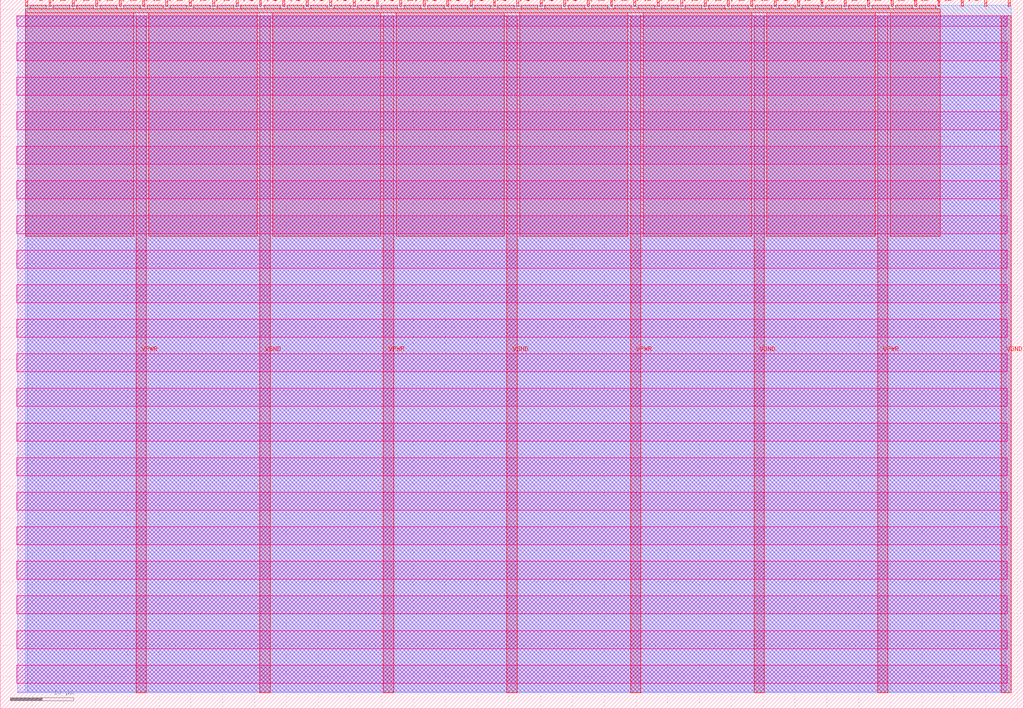
<source format=lef>
VERSION 5.7 ;
  NOWIREEXTENSIONATPIN ON ;
  DIVIDERCHAR "/" ;
  BUSBITCHARS "[]" ;
MACRO tt_um_kwilke_cdc_fifo
  CLASS BLOCK ;
  FOREIGN tt_um_kwilke_cdc_fifo ;
  ORIGIN 0.000 0.000 ;
  SIZE 161.000 BY 111.520 ;
  PIN VGND
    DIRECTION INOUT ;
    USE GROUND ;
    PORT
      LAYER met4 ;
        RECT 40.830 2.480 42.430 109.040 ;
    END
    PORT
      LAYER met4 ;
        RECT 79.700 2.480 81.300 109.040 ;
    END
    PORT
      LAYER met4 ;
        RECT 118.570 2.480 120.170 109.040 ;
    END
    PORT
      LAYER met4 ;
        RECT 157.440 2.480 159.040 109.040 ;
    END
  END VGND
  PIN VPWR
    DIRECTION INOUT ;
    USE POWER ;
    PORT
      LAYER met4 ;
        RECT 21.395 2.480 22.995 109.040 ;
    END
    PORT
      LAYER met4 ;
        RECT 60.265 2.480 61.865 109.040 ;
    END
    PORT
      LAYER met4 ;
        RECT 99.135 2.480 100.735 109.040 ;
    END
    PORT
      LAYER met4 ;
        RECT 138.005 2.480 139.605 109.040 ;
    END
  END VPWR
  PIN clk
    DIRECTION INPUT ;
    USE SIGNAL ;
    PORT
      LAYER met4 ;
        RECT 154.870 110.520 155.170 111.520 ;
    END
  END clk
  PIN ena
    DIRECTION INPUT ;
    USE SIGNAL ;
    PORT
      LAYER met4 ;
        RECT 158.550 110.520 158.850 111.520 ;
    END
  END ena
  PIN rst_n
    DIRECTION INPUT ;
    USE SIGNAL ;
    PORT
      LAYER met4 ;
        RECT 151.190 110.520 151.490 111.520 ;
    END
  END rst_n
  PIN ui_in[0]
    DIRECTION INPUT ;
    USE SIGNAL ;
    ANTENNAGATEAREA 0.196500 ;
    PORT
      LAYER met4 ;
        RECT 147.510 110.520 147.810 111.520 ;
    END
  END ui_in[0]
  PIN ui_in[1]
    DIRECTION INPUT ;
    USE SIGNAL ;
    ANTENNAGATEAREA 0.159000 ;
    PORT
      LAYER met4 ;
        RECT 143.830 110.520 144.130 111.520 ;
    END
  END ui_in[1]
  PIN ui_in[2]
    DIRECTION INPUT ;
    USE SIGNAL ;
    ANTENNAGATEAREA 0.196500 ;
    PORT
      LAYER met4 ;
        RECT 140.150 110.520 140.450 111.520 ;
    END
  END ui_in[2]
  PIN ui_in[3]
    DIRECTION INPUT ;
    USE SIGNAL ;
    ANTENNAGATEAREA 0.196500 ;
    PORT
      LAYER met4 ;
        RECT 136.470 110.520 136.770 111.520 ;
    END
  END ui_in[3]
  PIN ui_in[4]
    DIRECTION INPUT ;
    USE SIGNAL ;
    ANTENNAGATEAREA 0.159000 ;
    PORT
      LAYER met4 ;
        RECT 132.790 110.520 133.090 111.520 ;
    END
  END ui_in[4]
  PIN ui_in[5]
    DIRECTION INPUT ;
    USE SIGNAL ;
    ANTENNAGATEAREA 0.159000 ;
    PORT
      LAYER met4 ;
        RECT 129.110 110.520 129.410 111.520 ;
    END
  END ui_in[5]
  PIN ui_in[6]
    DIRECTION INPUT ;
    USE SIGNAL ;
    ANTENNAGATEAREA 0.159000 ;
    PORT
      LAYER met4 ;
        RECT 125.430 110.520 125.730 111.520 ;
    END
  END ui_in[6]
  PIN ui_in[7]
    DIRECTION INPUT ;
    USE SIGNAL ;
    ANTENNAGATEAREA 0.159000 ;
    PORT
      LAYER met4 ;
        RECT 121.750 110.520 122.050 111.520 ;
    END
  END ui_in[7]
  PIN uio_in[0]
    DIRECTION INPUT ;
    USE SIGNAL ;
    ANTENNAGATEAREA 0.126000 ;
    PORT
      LAYER met4 ;
        RECT 118.070 110.520 118.370 111.520 ;
    END
  END uio_in[0]
  PIN uio_in[1]
    DIRECTION INPUT ;
    USE SIGNAL ;
    PORT
      LAYER met4 ;
        RECT 114.390 110.520 114.690 111.520 ;
    END
  END uio_in[1]
  PIN uio_in[2]
    DIRECTION INPUT ;
    USE SIGNAL ;
    PORT
      LAYER met4 ;
        RECT 110.710 110.520 111.010 111.520 ;
    END
  END uio_in[2]
  PIN uio_in[3]
    DIRECTION INPUT ;
    USE SIGNAL ;
    PORT
      LAYER met4 ;
        RECT 107.030 110.520 107.330 111.520 ;
    END
  END uio_in[3]
  PIN uio_in[4]
    DIRECTION INPUT ;
    USE SIGNAL ;
    PORT
      LAYER met4 ;
        RECT 103.350 110.520 103.650 111.520 ;
    END
  END uio_in[4]
  PIN uio_in[5]
    DIRECTION INPUT ;
    USE SIGNAL ;
    PORT
      LAYER met4 ;
        RECT 99.670 110.520 99.970 111.520 ;
    END
  END uio_in[5]
  PIN uio_in[6]
    DIRECTION INPUT ;
    USE SIGNAL ;
    PORT
      LAYER met4 ;
        RECT 95.990 110.520 96.290 111.520 ;
    END
  END uio_in[6]
  PIN uio_in[7]
    DIRECTION INPUT ;
    USE SIGNAL ;
    PORT
      LAYER met4 ;
        RECT 92.310 110.520 92.610 111.520 ;
    END
  END uio_in[7]
  PIN uio_oe[0]
    DIRECTION OUTPUT TRISTATE ;
    USE SIGNAL ;
    PORT
      LAYER met4 ;
        RECT 29.750 110.520 30.050 111.520 ;
    END
  END uio_oe[0]
  PIN uio_oe[1]
    DIRECTION OUTPUT TRISTATE ;
    USE SIGNAL ;
    PORT
      LAYER met4 ;
        RECT 26.070 110.520 26.370 111.520 ;
    END
  END uio_oe[1]
  PIN uio_oe[2]
    DIRECTION OUTPUT TRISTATE ;
    USE SIGNAL ;
    PORT
      LAYER met4 ;
        RECT 22.390 110.520 22.690 111.520 ;
    END
  END uio_oe[2]
  PIN uio_oe[3]
    DIRECTION OUTPUT TRISTATE ;
    USE SIGNAL ;
    PORT
      LAYER met4 ;
        RECT 18.710 110.520 19.010 111.520 ;
    END
  END uio_oe[3]
  PIN uio_oe[4]
    DIRECTION OUTPUT TRISTATE ;
    USE SIGNAL ;
    PORT
      LAYER met4 ;
        RECT 15.030 110.520 15.330 111.520 ;
    END
  END uio_oe[4]
  PIN uio_oe[5]
    DIRECTION OUTPUT TRISTATE ;
    USE SIGNAL ;
    PORT
      LAYER met4 ;
        RECT 11.350 110.520 11.650 111.520 ;
    END
  END uio_oe[5]
  PIN uio_oe[6]
    DIRECTION OUTPUT TRISTATE ;
    USE SIGNAL ;
    PORT
      LAYER met4 ;
        RECT 7.670 110.520 7.970 111.520 ;
    END
  END uio_oe[6]
  PIN uio_oe[7]
    DIRECTION OUTPUT TRISTATE ;
    USE SIGNAL ;
    PORT
      LAYER met4 ;
        RECT 3.990 110.520 4.290 111.520 ;
    END
  END uio_oe[7]
  PIN uio_out[0]
    DIRECTION OUTPUT TRISTATE ;
    USE SIGNAL ;
    PORT
      LAYER met4 ;
        RECT 59.190 110.520 59.490 111.520 ;
    END
  END uio_out[0]
  PIN uio_out[1]
    DIRECTION OUTPUT TRISTATE ;
    USE SIGNAL ;
    PORT
      LAYER met4 ;
        RECT 55.510 110.520 55.810 111.520 ;
    END
  END uio_out[1]
  PIN uio_out[2]
    DIRECTION OUTPUT TRISTATE ;
    USE SIGNAL ;
    PORT
      LAYER met4 ;
        RECT 51.830 110.520 52.130 111.520 ;
    END
  END uio_out[2]
  PIN uio_out[3]
    DIRECTION OUTPUT TRISTATE ;
    USE SIGNAL ;
    PORT
      LAYER met4 ;
        RECT 48.150 110.520 48.450 111.520 ;
    END
  END uio_out[3]
  PIN uio_out[4]
    DIRECTION OUTPUT TRISTATE ;
    USE SIGNAL ;
    PORT
      LAYER met4 ;
        RECT 44.470 110.520 44.770 111.520 ;
    END
  END uio_out[4]
  PIN uio_out[5]
    DIRECTION OUTPUT TRISTATE ;
    USE SIGNAL ;
    PORT
      LAYER met4 ;
        RECT 40.790 110.520 41.090 111.520 ;
    END
  END uio_out[5]
  PIN uio_out[6]
    DIRECTION OUTPUT TRISTATE ;
    USE SIGNAL ;
    PORT
      LAYER met4 ;
        RECT 37.110 110.520 37.410 111.520 ;
    END
  END uio_out[6]
  PIN uio_out[7]
    DIRECTION OUTPUT TRISTATE ;
    USE SIGNAL ;
    PORT
      LAYER met4 ;
        RECT 33.430 110.520 33.730 111.520 ;
    END
  END uio_out[7]
  PIN uo_out[0]
    DIRECTION OUTPUT TRISTATE ;
    USE SIGNAL ;
    ANTENNADIFFAREA 0.795200 ;
    PORT
      LAYER met4 ;
        RECT 88.630 110.520 88.930 111.520 ;
    END
  END uo_out[0]
  PIN uo_out[1]
    DIRECTION OUTPUT TRISTATE ;
    USE SIGNAL ;
    ANTENNADIFFAREA 0.795200 ;
    PORT
      LAYER met4 ;
        RECT 84.950 110.520 85.250 111.520 ;
    END
  END uo_out[1]
  PIN uo_out[2]
    DIRECTION OUTPUT TRISTATE ;
    USE SIGNAL ;
    PORT
      LAYER met4 ;
        RECT 81.270 110.520 81.570 111.520 ;
    END
  END uo_out[2]
  PIN uo_out[3]
    DIRECTION OUTPUT TRISTATE ;
    USE SIGNAL ;
    PORT
      LAYER met4 ;
        RECT 77.590 110.520 77.890 111.520 ;
    END
  END uo_out[3]
  PIN uo_out[4]
    DIRECTION OUTPUT TRISTATE ;
    USE SIGNAL ;
    ANTENNADIFFAREA 0.462000 ;
    PORT
      LAYER met4 ;
        RECT 73.910 110.520 74.210 111.520 ;
    END
  END uo_out[4]
  PIN uo_out[5]
    DIRECTION OUTPUT TRISTATE ;
    USE SIGNAL ;
    ANTENNADIFFAREA 0.462000 ;
    PORT
      LAYER met4 ;
        RECT 70.230 110.520 70.530 111.520 ;
    END
  END uo_out[5]
  PIN uo_out[6]
    DIRECTION OUTPUT TRISTATE ;
    USE SIGNAL ;
    ANTENNADIFFAREA 0.933750 ;
    PORT
      LAYER met4 ;
        RECT 66.550 110.520 66.850 111.520 ;
    END
  END uo_out[6]
  PIN uo_out[7]
    DIRECTION OUTPUT TRISTATE ;
    USE SIGNAL ;
    ANTENNADIFFAREA 0.933750 ;
    PORT
      LAYER met4 ;
        RECT 62.870 110.520 63.170 111.520 ;
    END
  END uo_out[7]
  OBS
      LAYER nwell ;
        RECT 2.570 107.385 158.430 108.990 ;
        RECT 2.570 101.945 158.430 104.775 ;
        RECT 2.570 96.505 158.430 99.335 ;
        RECT 2.570 91.065 158.430 93.895 ;
        RECT 2.570 85.625 158.430 88.455 ;
        RECT 2.570 80.185 158.430 83.015 ;
        RECT 2.570 74.745 158.430 77.575 ;
        RECT 2.570 69.305 158.430 72.135 ;
        RECT 2.570 63.865 158.430 66.695 ;
        RECT 2.570 58.425 158.430 61.255 ;
        RECT 2.570 52.985 158.430 55.815 ;
        RECT 2.570 47.545 158.430 50.375 ;
        RECT 2.570 42.105 158.430 44.935 ;
        RECT 2.570 36.665 158.430 39.495 ;
        RECT 2.570 31.225 158.430 34.055 ;
        RECT 2.570 25.785 158.430 28.615 ;
        RECT 2.570 20.345 158.430 23.175 ;
        RECT 2.570 14.905 158.430 17.735 ;
        RECT 2.570 9.465 158.430 12.295 ;
        RECT 2.570 4.025 158.430 6.855 ;
      LAYER li1 ;
        RECT 2.760 2.635 158.240 108.885 ;
      LAYER met1 ;
        RECT 2.760 2.480 159.040 109.040 ;
      LAYER met2 ;
        RECT 4.230 2.535 159.010 110.685 ;
      LAYER met3 ;
        RECT 3.950 2.555 159.030 110.665 ;
      LAYER met4 ;
        RECT 4.690 110.120 7.270 110.665 ;
        RECT 8.370 110.120 10.950 110.665 ;
        RECT 12.050 110.120 14.630 110.665 ;
        RECT 15.730 110.120 18.310 110.665 ;
        RECT 19.410 110.120 21.990 110.665 ;
        RECT 23.090 110.120 25.670 110.665 ;
        RECT 26.770 110.120 29.350 110.665 ;
        RECT 30.450 110.120 33.030 110.665 ;
        RECT 34.130 110.120 36.710 110.665 ;
        RECT 37.810 110.120 40.390 110.665 ;
        RECT 41.490 110.120 44.070 110.665 ;
        RECT 45.170 110.120 47.750 110.665 ;
        RECT 48.850 110.120 51.430 110.665 ;
        RECT 52.530 110.120 55.110 110.665 ;
        RECT 56.210 110.120 58.790 110.665 ;
        RECT 59.890 110.120 62.470 110.665 ;
        RECT 63.570 110.120 66.150 110.665 ;
        RECT 67.250 110.120 69.830 110.665 ;
        RECT 70.930 110.120 73.510 110.665 ;
        RECT 74.610 110.120 77.190 110.665 ;
        RECT 78.290 110.120 80.870 110.665 ;
        RECT 81.970 110.120 84.550 110.665 ;
        RECT 85.650 110.120 88.230 110.665 ;
        RECT 89.330 110.120 91.910 110.665 ;
        RECT 93.010 110.120 95.590 110.665 ;
        RECT 96.690 110.120 99.270 110.665 ;
        RECT 100.370 110.120 102.950 110.665 ;
        RECT 104.050 110.120 106.630 110.665 ;
        RECT 107.730 110.120 110.310 110.665 ;
        RECT 111.410 110.120 113.990 110.665 ;
        RECT 115.090 110.120 117.670 110.665 ;
        RECT 118.770 110.120 121.350 110.665 ;
        RECT 122.450 110.120 125.030 110.665 ;
        RECT 126.130 110.120 128.710 110.665 ;
        RECT 129.810 110.120 132.390 110.665 ;
        RECT 133.490 110.120 136.070 110.665 ;
        RECT 137.170 110.120 139.750 110.665 ;
        RECT 140.850 110.120 143.430 110.665 ;
        RECT 144.530 110.120 147.110 110.665 ;
        RECT 3.975 109.440 147.825 110.120 ;
        RECT 3.975 74.295 20.995 109.440 ;
        RECT 23.395 74.295 40.430 109.440 ;
        RECT 42.830 74.295 59.865 109.440 ;
        RECT 62.265 74.295 79.300 109.440 ;
        RECT 81.700 74.295 98.735 109.440 ;
        RECT 101.135 74.295 118.170 109.440 ;
        RECT 120.570 74.295 137.605 109.440 ;
        RECT 140.005 74.295 147.825 109.440 ;
  END
END tt_um_kwilke_cdc_fifo
END LIBRARY


</source>
